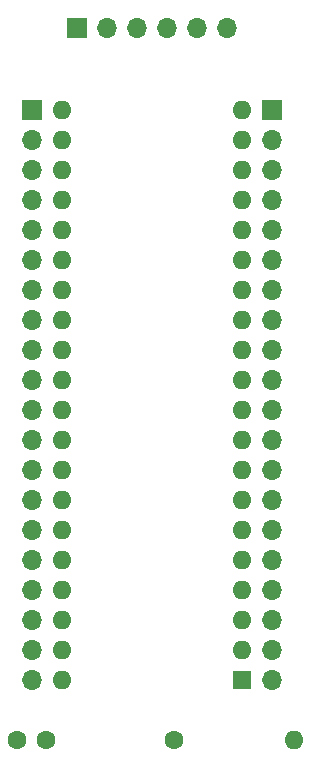
<source format=gts>
G04 #@! TF.GenerationSoftware,KiCad,Pcbnew,(6.0.7-1)-1*
G04 #@! TF.CreationDate,2022-09-28T23:36:56+09:00*
G04 #@! TF.ProjectId,MEZ8085,4d455a38-3038-4352-9e6b-696361645f70,A*
G04 #@! TF.SameCoordinates,PX5f5e100PY8f0d180*
G04 #@! TF.FileFunction,Soldermask,Top*
G04 #@! TF.FilePolarity,Negative*
%FSLAX46Y46*%
G04 Gerber Fmt 4.6, Leading zero omitted, Abs format (unit mm)*
G04 Created by KiCad (PCBNEW (6.0.7-1)-1) date 2022-09-28 23:36:56*
%MOMM*%
%LPD*%
G01*
G04 APERTURE LIST*
%ADD10R,1.600000X1.600000*%
%ADD11O,1.600000X1.600000*%
%ADD12R,1.700000X1.700000*%
%ADD13O,1.700000X1.700000*%
%ADD14C,1.600000*%
G04 APERTURE END LIST*
D10*
X21595000Y7625000D03*
D11*
X21595000Y10165000D03*
X21595000Y12705000D03*
X21595000Y15245000D03*
X21595000Y17785000D03*
X21595000Y20325000D03*
X21595000Y22865000D03*
X21595000Y25405000D03*
X21595000Y27945000D03*
X21595000Y30485000D03*
X21595000Y33025000D03*
X21595000Y35565000D03*
X21595000Y38105000D03*
X21595000Y40645000D03*
X21595000Y43185000D03*
X21595000Y45725000D03*
X21595000Y48265000D03*
X21595000Y50805000D03*
X21595000Y53345000D03*
X21595000Y55885000D03*
X6355000Y55885000D03*
X6355000Y53345000D03*
X6355000Y50805000D03*
X6355000Y48265000D03*
X6355000Y45725000D03*
X6355000Y43185000D03*
X6355000Y40645000D03*
X6355000Y38105000D03*
X6355000Y35565000D03*
X6355000Y33025000D03*
X6355000Y30485000D03*
X6355000Y27945000D03*
X6355000Y25405000D03*
X6355000Y22865000D03*
X6355000Y20325000D03*
X6355000Y17785000D03*
X6355000Y15245000D03*
X6355000Y12705000D03*
X6355000Y10165000D03*
X6355000Y7625000D03*
D12*
X7620000Y62865000D03*
D13*
X10160000Y62865000D03*
X12700000Y62865000D03*
X15240000Y62865000D03*
X17780000Y62865000D03*
X20320000Y62865000D03*
D14*
X15875000Y2540000D03*
D11*
X26035000Y2540000D03*
D14*
X5060000Y2540000D03*
X2560000Y2540000D03*
D12*
X24130000Y55875000D03*
D13*
X24130000Y53335000D03*
X24130000Y50795000D03*
X24130000Y48255000D03*
X24130000Y45715000D03*
X24130000Y43175000D03*
X24130000Y40635000D03*
X24130000Y38095000D03*
X24130000Y35555000D03*
X24130000Y33015000D03*
X24130000Y30475000D03*
X24130000Y27935000D03*
X24130000Y25395000D03*
X24130000Y22855000D03*
X24130000Y20315000D03*
X24130000Y17775000D03*
X24130000Y15235000D03*
X24130000Y12695000D03*
X24130000Y10155000D03*
X24130000Y7615000D03*
D12*
X3810000Y55875000D03*
D13*
X3810000Y53335000D03*
X3810000Y50795000D03*
X3810000Y48255000D03*
X3810000Y45715000D03*
X3810000Y43175000D03*
X3810000Y40635000D03*
X3810000Y38095000D03*
X3810000Y35555000D03*
X3810000Y33015000D03*
X3810000Y30475000D03*
X3810000Y27935000D03*
X3810000Y25395000D03*
X3810000Y22855000D03*
X3810000Y20315000D03*
X3810000Y17775000D03*
X3810000Y15235000D03*
X3810000Y12695000D03*
X3810000Y10155000D03*
X3810000Y7615000D03*
M02*

</source>
